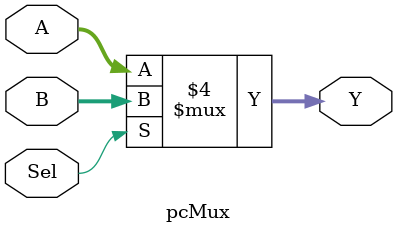
<source format=sv>
module pcMux
    #(parameter n = 32)(A,B,Sel,Y);

    input  logic    Sel;
    input  logic    [(n-1): 0] A, B;
    output logic    [(n-1): 0] Y;


    always@(*) //might need to be changed to pc_sel 
    begin
        if(Sel == 1'b0)
        begin
            Y = A;
        end
        else
        begin
            Y = B;
        end
    end
endmodule

</source>
